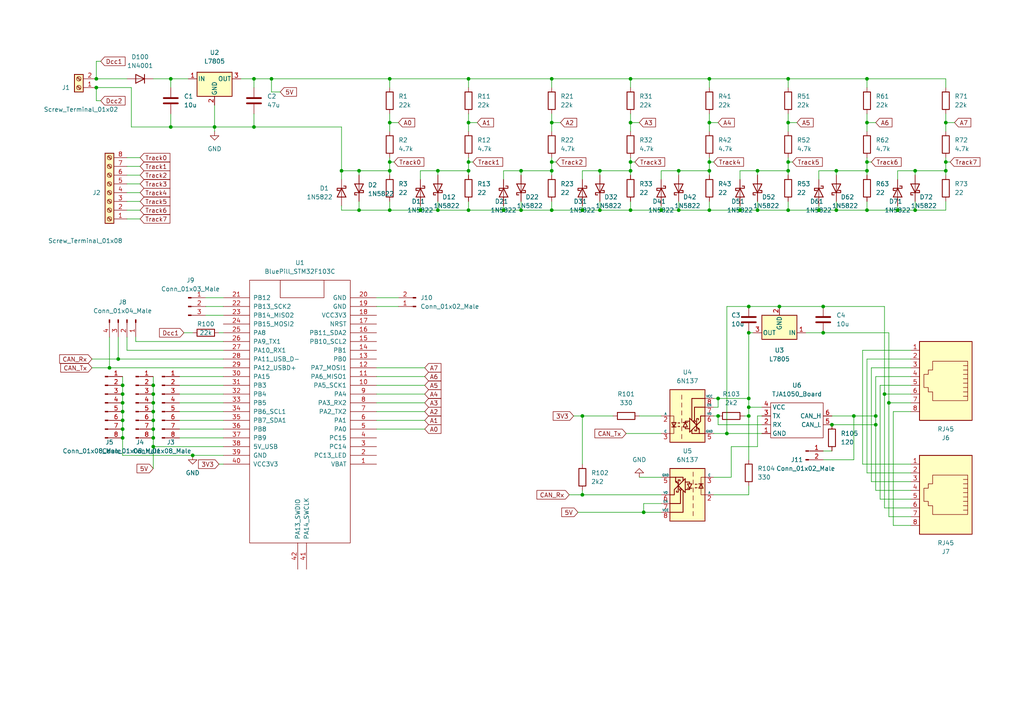
<source format=kicad_sch>
(kicad_sch (version 20211123) (generator eeschema)
  (paper "A4")
  (lib_symbols
    (symbol "Connector:Conn_01x02_Male" (pin_names (offset 1.016) hide)
      (property "Reference" "J" (at 0 2.54 0))
      (property "Value" "Conn_01x02_Male" (at 0 -5.08 0))
      (symbol "Conn_01x02_Male_1_1"
        (pin passive line (at 5.08 0 180) (length 3.81) (name "Pin_1") (number "1"))
        (pin passive line (at 5.08 -2.54 180) (length 3.81) (name "Pin_2") (number "2"))
      )
    )
    (symbol "Connector:Conn_01x03_Male" (pin_names (offset 1.016) hide)
      (property "Reference" "J" (at 0 5.08 0))
      (property "Value" "Conn_01x03_Male" (at 0 -5.08 0))
      (symbol "Conn_01x03_Male_1_1"
        (pin passive line (at 5.08 2.54 180) (length 3.81) (name "Pin_1") (number "1"))
        (pin passive line (at 5.08 0 180) (length 3.81) (name "Pin_2") (number "2"))
        (pin passive line (at 5.08 -2.54 180) (length 3.81) (name "Pin_3") (number "3"))
      )
    )
    (symbol "Connector:Conn_01x04_Male" (pin_names (offset 1.016) hide)
      (property "Reference" "J" (at 0 5.08 0))
      (property "Value" "Conn_01x04_Male" (at 0 -7.62 0))
      (symbol "Conn_01x04_Male_1_1"
        (pin passive line (at 5.08 2.54 180) (length 3.81) (name "Pin_1") (number "1"))
        (pin passive line (at 5.08 0 180) (length 3.81) (name "Pin_2") (number "2"))
        (pin passive line (at 5.08 -2.54 180) (length 3.81) (name "Pin_3") (number "3"))
        (pin passive line (at 5.08 -5.08 180) (length 3.81) (name "Pin_4") (number "4"))
      )
    )
    (symbol "Connector:Conn_01x08_Male" (pin_names (offset 1.016) hide)
      (property "Reference" "J" (at 0 10.16 0))
      (property "Value" "Conn_01x08_Male" (at 0 -12.7 0))
      (symbol "Conn_01x08_Male_1_1"
        (pin passive line (at 5.08 7.62 180) (length 3.81) (name "Pin_1") (number "1"))
        (pin passive line (at 5.08 5.08 180) (length 3.81) (name "Pin_2") (number "2"))
        (pin passive line (at 5.08 2.54 180) (length 3.81) (name "Pin_3") (number "3"))
        (pin passive line (at 5.08 0 180) (length 3.81) (name "Pin_4") (number "4"))
        (pin passive line (at 5.08 -2.54 180) (length 3.81) (name "Pin_5") (number "5"))
        (pin passive line (at 5.08 -5.08 180) (length 3.81) (name "Pin_6") (number "6"))
        (pin passive line (at 5.08 -7.62 180) (length 3.81) (name "Pin_7") (number "7"))
        (pin passive line (at 5.08 -10.16 180) (length 3.81) (name "Pin_8") (number "8"))
      )
    )
    (symbol "Connector:RJ45" (pin_names (offset 1.016))
      (property "Reference" "J" (at -5.08 13.97 0))
      (property "Value" "RJ45" (at 2.54 13.97 0))
      (symbol "RJ45_1_1"
        (pin passive line (at 10.16 -7.62 180) (length 2.54) (name "~") (number "1"))
        (pin passive line (at 10.16 -5.08 180) (length 2.54) (name "~") (number "2"))
        (pin passive line (at 10.16 -2.54 180) (length 2.54) (name "~") (number "3"))
        (pin passive line (at 10.16 0 180) (length 2.54) (name "~") (number "4"))
        (pin passive line (at 10.16 2.54 180) (length 2.54) (name "~") (number "5"))
        (pin passive line (at 10.16 5.08 180) (length 2.54) (name "~") (number "6"))
        (pin passive line (at 10.16 7.62 180) (length 2.54) (name "~") (number "7"))
        (pin passive line (at 10.16 10.16 180) (length 2.54) (name "~") (number "8"))
      )
    )
    (symbol "Connector:Screw_Terminal_01x02" (pin_names (offset 1.016) hide)
      (property "Reference" "J" (at 0 2.54 0))
      (property "Value" "Screw_Terminal_01x02" (at 0 -5.08 0))
      (symbol "Screw_Terminal_01x02_1_1"
        (pin passive line (at -5.08 0 0) (length 3.81) (name "Pin_1") (number "1"))
        (pin passive line (at -5.08 -2.54 0) (length 3.81) (name "Pin_2") (number "2"))
      )
    )
    (symbol "Connector:Screw_Terminal_01x08" (pin_names (offset 1.016) hide)
      (property "Reference" "J" (at 0 10.16 0))
      (property "Value" "Screw_Terminal_01x08" (at 0 -12.7 0))
      (symbol "Screw_Terminal_01x08_1_1"
        (pin passive line (at -5.08 7.62 0) (length 3.81) (name "Pin_1") (number "1"))
        (pin passive line (at -5.08 5.08 0) (length 3.81) (name "Pin_2") (number "2"))
        (pin passive line (at -5.08 2.54 0) (length 3.81) (name "Pin_3") (number "3"))
        (pin passive line (at -5.08 0 0) (length 3.81) (name "Pin_4") (number "4"))
        (pin passive line (at -5.08 -2.54 0) (length 3.81) (name "Pin_5") (number "5"))
        (pin passive line (at -5.08 -5.08 0) (length 3.81) (name "Pin_6") (number "6"))
        (pin passive line (at -5.08 -7.62 0) (length 3.81) (name "Pin_7") (number "7"))
        (pin passive line (at -5.08 -10.16 0) (length 3.81) (name "Pin_8") (number "8"))
      )
    )
    (symbol "Device:C" (pin_numbers hide) (pin_names (offset 0.254))
      (property "Reference" "C" (at 0.635 2.54 0))
      (property "Value" "C" (at 0.635 -2.54 0))
      (symbol "C_1_1"
        (pin passive line (at 0 3.81 270) (length 2.794) (name "~") (number "1"))
        (pin passive line (at 0 -3.81 90) (length 2.794) (name "~") (number "2"))
      )
    )
    (symbol "Device:R" (pin_numbers hide) (pin_names (offset 0))
      (property "Reference" "R" (at 2.032 0 90))
      (property "Value" "R" (at 0 0 90))
      (symbol "R_1_1"
        (pin passive line (at 0 3.81 270) (length 1.27) (name "~") (number "1"))
        (pin passive line (at 0 -3.81 90) (length 1.27) (name "~") (number "2"))
      )
    )
    (symbol "Diode:1N4001" (pin_numbers hide) (pin_names hide)
      (property "Reference" "D" (at 0 2.54 0))
      (property "Value" "1N4001" (at 0 -2.54 0))
      (symbol "1N4001_1_1"
        (pin passive line (at -3.81 0 0) (length 2.54) (name "K") (number "1"))
        (pin passive line (at 3.81 0 180) (length 2.54) (name "A") (number "2"))
      )
    )
    (symbol "Diode:1N5822" (pin_numbers hide) (pin_names (offset 1.016) hide)
      (property "Reference" "D" (at 0 2.54 0))
      (property "Value" "1N5822" (at 0 -2.54 0))
      (symbol "1N5822_1_1"
        (pin passive line (at -3.81 0 0) (length 2.54) (name "K") (number "1"))
        (pin passive line (at 3.81 0 180) (length 2.54) (name "A") (number "2"))
      )
    )
    (symbol "Isolator:6N137" (pin_names (offset 0))
      (property "Reference" "U" (at -4.064 8.89 0))
      (property "Value" "6N137" (at 0 -8.89 0))
      (symbol "6N137_1_1"
        (pin no_connect line (at -5.08 5.08 0) (length 2.54) hide (name "NC") (number "1"))
        (pin passive line (at -7.62 0 0) (length 2.54) (name "A") (number "2"))
        (pin passive line (at -7.62 -5.08 0) (length 2.54) (name "C") (number "3"))
        (pin power_in line (at 7.62 -5.08 180) (length 2.54) (name "GND") (number "5"))
        (pin open_collector line (at 7.62 0 180) (length 2.54) (name "VO") (number "6"))
        (pin input line (at 7.62 2.54 180) (length 2.54) (name "EN") (number "7"))
        (pin power_in line (at 7.62 5.08 180) (length 2.54) (name "VCC") (number "8"))
      )
    )
    (symbol "Regulator_Linear:L7805" (pin_names (offset 0.254))
      (property "Reference" "U" (at -3.81 3.175 0))
      (property "Value" "L7805" (at 0 3.175 0))
      (symbol "L7805_1_1"
        (pin power_in line (at -7.62 0 0) (length 2.54) (name "IN") (number "1"))
        (pin power_in line (at 0 -7.62 90) (length 2.54) (name "GND") (number "2"))
        (pin power_out line (at 7.62 0 180) (length 2.54) (name "OUT") (number "3"))
      )
    )
    (symbol "Symbols_Marcel:TJA1050_Board"
      (property "Reference" "U" (at 0 0 0))
      (property "Value" "TJA1050_Board" (at 0 -2.54 0))
      (symbol "TJA1050_Board_1_1"
        (pin input line (at 10.16 10.16 180) (length 2.54) (name "GND") (number "1"))
        (pin input line (at 10.16 7.62 180) (length 2.54) (name "RX") (number "2"))
        (pin output line (at 10.16 5.08 180) (length 2.54) (name "TX") (number "3"))
        (pin input line (at 10.16 2.54 180) (length 2.54) (name "VCC") (number "4"))
        (pin bidirectional line (at -10.16 7.62 0) (length 2.54) (name "CAN_L") (number "5"))
        (pin bidirectional line (at -10.16 5.08 0) (length 2.54) (name "CAN_H") (number "6"))
      )
    )
    (symbol "bluepill_breakouts:BluePill_STM32F103C" (pin_names (offset 1.016))
      (property "Reference" "U" (at -11.43 -34.29 0))
      (property "Value" "BluePill_STM32F103C" (at 1.27 21.59 0))
      (symbol "BluePill_STM32F103C_1_1"
        (pin power_in line (at -21.59 17.78 0) (length 7.62) (name "VBAT") (number "1"))
        (pin bidirectional line (at -21.59 -5.08 0) (length 7.62) (name "PA5_SCK1") (number "10"))
        (pin bidirectional line (at -21.59 -7.62 0) (length 7.62) (name "PA6_MISO1") (number "11"))
        (pin bidirectional line (at -21.59 -10.16 0) (length 7.62) (name "PA7_MOSI1") (number "12"))
        (pin bidirectional line (at -21.59 -12.7 0) (length 7.62) (name "PB0") (number "13"))
        (pin bidirectional line (at -21.59 -15.24 0) (length 7.62) (name "PB1") (number "14"))
        (pin bidirectional line (at -21.59 -17.78 0) (length 7.62) (name "PB10_SCL2") (number "15"))
        (pin bidirectional line (at -21.59 -20.32 0) (length 7.62) (name "PB11_SDA2") (number "16"))
        (pin input line (at -21.59 -22.86 0) (length 7.62) (name "NRST") (number "17"))
        (pin bidirectional line (at -21.59 -25.4 0) (length 7.62) (name "VCC3V3") (number "18"))
        (pin power_in line (at -21.59 -27.94 0) (length 7.62) (name "GND") (number "19"))
        (pin bidirectional line (at -21.59 15.24 0) (length 7.62) (name "PC13_LED") (number "2"))
        (pin power_in line (at -21.59 -30.48 0) (length 7.62) (name "GND") (number "20"))
        (pin bidirectional line (at 22.86 -30.48 180) (length 7.62) (name "PB12") (number "21"))
        (pin bidirectional line (at 22.86 -27.94 180) (length 7.62) (name "PB13_SCK2") (number "22"))
        (pin bidirectional line (at 22.86 -25.4 180) (length 7.62) (name "PB14_MISO2") (number "23"))
        (pin bidirectional line (at 22.86 -22.86 180) (length 7.62) (name "PB15_MOSI2") (number "24"))
        (pin bidirectional line (at 22.86 -20.32 180) (length 7.62) (name "PA8") (number "25"))
        (pin bidirectional line (at 22.86 -17.78 180) (length 7.62) (name "PA9_TX1") (number "26"))
        (pin bidirectional line (at 22.86 -15.24 180) (length 7.62) (name "PA10_RX1") (number "27"))
        (pin bidirectional line (at 22.86 -12.7 180) (length 7.62) (name "PA11_USB_D-") (number "28"))
        (pin bidirectional line (at 22.86 -10.16 180) (length 7.62) (name "PA12_USBD+") (number "29"))
        (pin bidirectional line (at -21.59 12.7 0) (length 7.62) (name "PC14") (number "3"))
        (pin bidirectional line (at 22.86 -7.62 180) (length 7.62) (name "PA15") (number "30"))
        (pin bidirectional line (at 22.86 -5.08 180) (length 7.62) (name "PB3") (number "31"))
        (pin bidirectional line (at 22.86 -2.54 180) (length 7.62) (name "PB4") (number "32"))
        (pin bidirectional line (at 22.86 0 180) (length 7.62) (name "PB5") (number "33"))
        (pin bidirectional line (at 22.86 2.54 180) (length 7.62) (name "PB6_SCL1") (number "34"))
        (pin bidirectional line (at 22.86 5.08 180) (length 7.62) (name "PB7_SDA1") (number "35"))
        (pin bidirectional line (at 22.86 7.62 180) (length 7.62) (name "PB8") (number "36"))
        (pin bidirectional line (at 22.86 10.16 180) (length 7.62) (name "PB9") (number "37"))
        (pin bidirectional line (at 22.86 12.7 180) (length 7.62) (name "5V_USB") (number "38"))
        (pin power_in line (at 22.86 15.24 180) (length 7.62) (name "GND") (number "39"))
        (pin bidirectional line (at -21.59 10.16 0) (length 7.62) (name "PC15") (number "4"))
        (pin bidirectional line (at 22.86 17.78 180) (length 7.62) (name "VCC3V3") (number "40"))
        (pin bidirectional line (at -1.27 48.26 270) (length 7.62) (name "PA14_SWCLK") (number "41"))
        (pin bidirectional line (at 1.27 48.26 270) (length 7.62) (name "PA13_SWDIO") (number "42"))
        (pin bidirectional line (at -21.59 7.62 0) (length 7.62) (name "PA0") (number "5"))
        (pin bidirectional line (at -21.59 5.08 0) (length 7.62) (name "PA1") (number "6"))
        (pin bidirectional line (at -21.59 2.54 0) (length 7.62) (name "PA2_TX2") (number "7"))
        (pin bidirectional line (at -21.59 0 0) (length 7.62) (name "PA3_RX2") (number "8"))
        (pin bidirectional line (at -21.59 -2.54 0) (length 7.62) (name "PA4") (number "9"))
      )
    )
    (symbol "power:GND" (power) (pin_names (offset 0))
      (property "Value" "GND" (at 0 -3.81 0))
      (symbol "GND_1_1"
        (pin power_in line (at 0 0 270) (length 0) hide (name "GND") (number "1"))
      )
    )
  )
  (junction (at 113.03 22.86))
  (junction (at 34.29 104.14))
  (junction (at 208.28 115.57))
  (junction (at 186.69 148.59))
  (junction (at 99.06 49.53))
  (junction (at 35.56 116.84))
  (junction (at 44.45 124.46))
  (junction (at 160.02 22.86))
  (junction (at 182.88 49.53))
  (junction (at 168.91 143.51))
  (junction (at 219.71 49.53))
  (junction (at 44.45 119.38))
  (junction (at 274.32 35.56))
  (junction (at 160.02 60.96))
  (junction (at 260.35 60.96))
  (junction (at 274.32 46.99))
  (junction (at 217.17 88.9))
  (junction (at 251.46 22.86))
  (junction (at 217.17 118.11))
  (junction (at 31.75 106.68))
  (junction (at 238.76 96.52))
  (junction (at 182.88 22.86))
  (junction (at 104.14 49.53))
  (junction (at 196.85 60.96))
  (junction (at 113.03 35.56))
  (junction (at 182.88 60.96))
  (junction (at 205.74 35.56))
  (junction (at 241.3 123.19))
  (junction (at 228.6 49.53))
  (junction (at 196.85 49.53))
  (junction (at 274.32 49.53))
  (junction (at 127 49.53))
  (junction (at 168.91 60.96))
  (junction (at 205.74 46.99))
  (junction (at 104.14 60.96))
  (junction (at 44.45 116.84))
  (junction (at 208.28 120.65))
  (junction (at 251.46 60.96))
  (junction (at 146.05 60.96))
  (junction (at 217.17 115.57))
  (junction (at 151.13 49.53))
  (junction (at 205.74 49.53))
  (junction (at 78.74 22.86))
  (junction (at 191.77 60.96))
  (junction (at 55.88 132.08))
  (junction (at 62.23 36.83))
  (junction (at 251.46 35.56))
  (junction (at 254 120.65))
  (junction (at 242.57 49.53))
  (junction (at 251.46 46.99))
  (junction (at 35.56 124.46))
  (junction (at 228.6 46.99))
  (junction (at 135.89 35.56))
  (junction (at 219.71 60.96))
  (junction (at 251.46 49.53))
  (junction (at 173.99 49.53))
  (junction (at 205.74 60.96))
  (junction (at 113.03 49.53))
  (junction (at 27.94 25.4))
  (junction (at 49.53 36.83))
  (junction (at 228.6 35.56))
  (junction (at 35.56 111.76))
  (junction (at 49.53 22.86))
  (junction (at 237.49 60.96))
  (junction (at 168.91 120.65))
  (junction (at 257.81 116.84))
  (junction (at 247.65 120.65))
  (junction (at 265.43 60.96))
  (junction (at 254 123.19))
  (junction (at 182.88 35.56))
  (junction (at 135.89 46.99))
  (junction (at 228.6 60.96))
  (junction (at 214.63 60.96))
  (junction (at 113.03 60.96))
  (junction (at 182.88 46.99))
  (junction (at 44.45 127))
  (junction (at 160.02 35.56))
  (junction (at 121.92 60.96))
  (junction (at 217.17 96.52))
  (junction (at 238.76 88.9))
  (junction (at 44.45 121.92))
  (junction (at 44.45 129.54))
  (junction (at 160.02 46.99))
  (junction (at 256.54 114.3))
  (junction (at 205.74 22.86))
  (junction (at 35.56 121.92))
  (junction (at 173.99 60.96))
  (junction (at 35.56 127))
  (junction (at 226.06 88.9))
  (junction (at 242.57 60.96))
  (junction (at 35.56 114.3))
  (junction (at 127 60.96))
  (junction (at 44.45 114.3))
  (junction (at 135.89 49.53))
  (junction (at 160.02 49.53))
  (junction (at 228.6 22.86))
  (junction (at 27.94 22.86))
  (junction (at 35.56 119.38))
  (junction (at 217.17 120.65))
  (junction (at 265.43 49.53))
  (junction (at 135.89 22.86))
  (junction (at 210.82 125.73))
  (junction (at 73.66 36.83))
  (junction (at 135.89 60.96))
  (junction (at 44.45 111.76))
  (junction (at 113.03 46.99))
  (junction (at 73.66 22.86))
  (junction (at 151.13 60.96))
  (wire (pts (xy 36.83 101.6) (xy 64.77 101.6)))
  (wire (pts (xy 27.94 25.4) (xy 27.94 29.21)))
  (wire (pts (xy 165.1 143.51) (xy 168.91 143.51)))
  (wire (pts (xy 237.49 59.69) (xy 237.49 60.96)))
  (wire (pts (xy 250.19 134.62) (xy 264.16 134.62)))
  (wire (pts (xy 212.09 138.43) (xy 212.09 129.54)))
  (wire (pts (xy 219.71 58.42) (xy 219.71 60.96)))
  (wire (pts (xy 228.6 46.99) (xy 228.6 49.53)))
  (wire (pts (xy 207.01 118.11) (xy 208.28 118.11)))
  (wire (pts (xy 217.17 118.11) (xy 220.98 118.11)))
  (wire (pts (xy 135.89 22.86) (xy 135.89 25.4)))
  (wire (pts (xy 52.07 109.22) (xy 64.77 109.22)))
  (wire (pts (xy 44.45 119.38) (xy 44.45 121.92)))
  (wire (pts (xy 182.88 46.99) (xy 184.15 46.99)))
  (wire (pts (xy 274.32 35.56) (xy 276.86 35.56)))
  (wire (pts (xy 121.92 52.07) (xy 121.92 49.53)))
  (wire (pts (xy 113.03 46.99) (xy 114.3 46.99)))
  (wire (pts (xy 264.16 109.22) (xy 254 109.22)))
  (wire (pts (xy 237.49 60.96) (xy 242.57 60.96)))
  (wire (pts (xy 217.17 133.35) (xy 217.17 120.65)))
  (wire (pts (xy 219.71 120.65) (xy 220.98 120.65)))
  (wire (pts (xy 64.77 99.06) (xy 39.37 99.06)))
  (wire (pts (xy 52.07 121.92) (xy 64.77 121.92)))
  (wire (pts (xy 121.92 49.53) (xy 127 49.53)))
  (wire (pts (xy 182.88 60.96) (xy 191.77 60.96)))
  (wire (pts (xy 73.66 22.86) (xy 73.66 25.4)))
  (wire (pts (xy 205.74 22.86) (xy 205.74 25.4)))
  (wire (pts (xy 27.94 22.86) (xy 36.83 22.86)))
  (wire (pts (xy 63.5 96.52) (xy 64.77 96.52)))
  (wire (pts (xy 44.45 22.86) (xy 49.53 22.86)))
  (wire (pts (xy 196.85 60.96) (xy 205.74 60.96)))
  (wire (pts (xy 205.74 60.96) (xy 214.63 60.96)))
  (wire (pts (xy 186.69 148.59) (xy 186.69 146.05)))
  (wire (pts (xy 36.83 97.79) (xy 36.83 101.6)))
  (wire (pts (xy 62.23 36.83) (xy 73.66 36.83)))
  (wire (pts (xy 205.74 49.53) (xy 205.74 50.8)))
  (wire (pts (xy 168.91 60.96) (xy 173.99 60.96)))
  (wire (pts (xy 252.73 106.68) (xy 252.73 139.7)))
  (wire (pts (xy 160.02 45.72) (xy 160.02 46.99)))
  (wire (pts (xy 52.07 127) (xy 64.77 127)))
  (wire (pts (xy 44.45 114.3) (xy 44.45 116.84)))
  (wire (pts (xy 259.08 119.38) (xy 259.08 152.4)))
  (wire (pts (xy 228.6 22.86) (xy 228.6 25.4)))
  (wire (pts (xy 113.03 22.86) (xy 113.03 25.4)))
  (wire (pts (xy 251.46 104.14) (xy 251.46 137.16)))
  (wire (pts (xy 238.76 130.81) (xy 241.3 130.81)))
  (wire (pts (xy 214.63 52.07) (xy 214.63 49.53)))
  (wire (pts (xy 36.83 45.72) (xy 40.64 45.72)))
  (wire (pts (xy 113.03 60.96) (xy 121.92 60.96)))
  (wire (pts (xy 151.13 58.42) (xy 151.13 60.96)))
  (wire (pts (xy 242.57 49.53) (xy 251.46 49.53)))
  (wire (pts (xy 127 58.42) (xy 127 60.96)))
  (wire (pts (xy 228.6 45.72) (xy 228.6 46.99)))
  (wire (pts (xy 52.07 119.38) (xy 64.77 119.38)))
  (wire (pts (xy 168.91 143.51) (xy 168.91 142.24)))
  (wire (pts (xy 135.89 33.02) (xy 135.89 35.56)))
  (wire (pts (xy 146.05 49.53) (xy 151.13 49.53)))
  (wire (pts (xy 207.01 138.43) (xy 212.09 138.43)))
  (wire (pts (xy 109.22 116.84) (xy 123.19 116.84)))
  (wire (pts (xy 99.06 49.53) (xy 104.14 49.53)))
  (wire (pts (xy 274.32 33.02) (xy 274.32 35.56)))
  (wire (pts (xy 260.35 60.96) (xy 265.43 60.96)))
  (wire (pts (xy 49.53 22.86) (xy 54.61 22.86)))
  (wire (pts (xy 217.17 115.57) (xy 217.17 96.52)))
  (wire (pts (xy 127 49.53) (xy 135.89 49.53)))
  (wire (pts (xy 35.56 116.84) (xy 35.56 119.38)))
  (wire (pts (xy 260.35 49.53) (xy 265.43 49.53)))
  (wire (pts (xy 214.63 60.96) (xy 219.71 60.96)))
  (wire (pts (xy 135.89 45.72) (xy 135.89 46.99)))
  (wire (pts (xy 251.46 45.72) (xy 251.46 46.99)))
  (wire (pts (xy 52.07 111.76) (xy 64.77 111.76)))
  (wire (pts (xy 191.77 52.07) (xy 191.77 49.53)))
  (wire (pts (xy 168.91 59.69) (xy 168.91 60.96)))
  (wire (pts (xy 237.49 52.07) (xy 237.49 49.53)))
  (wire (pts (xy 104.14 58.42) (xy 104.14 60.96)))
  (wire (pts (xy 73.66 33.02) (xy 73.66 36.83)))
  (wire (pts (xy 237.49 49.53) (xy 242.57 49.53)))
  (wire (pts (xy 205.74 45.72) (xy 205.74 46.99)))
  (wire (pts (xy 38.1 36.83) (xy 49.53 36.83)))
  (wire (pts (xy 35.56 111.76) (xy 35.56 114.3)))
  (wire (pts (xy 238.76 88.9) (xy 226.06 88.9)))
  (wire (pts (xy 265.43 60.96) (xy 274.32 60.96)))
  (wire (pts (xy 52.07 114.3) (xy 64.77 114.3)))
  (wire (pts (xy 256.54 114.3) (xy 256.54 88.9)))
  (wire (pts (xy 109.22 121.92) (xy 123.19 121.92)))
  (wire (pts (xy 207.01 120.65) (xy 208.28 120.65)))
  (wire (pts (xy 186.69 146.05) (xy 191.77 146.05)))
  (wire (pts (xy 36.83 55.88) (xy 40.64 55.88)))
  (wire (pts (xy 274.32 46.99) (xy 274.32 49.53)))
  (wire (pts (xy 252.73 139.7) (xy 264.16 139.7)))
  (wire (pts (xy 191.77 49.53) (xy 196.85 49.53)))
  (wire (pts (xy 69.85 22.86) (xy 73.66 22.86)))
  (wire (pts (xy 160.02 60.96) (xy 168.91 60.96)))
  (wire (pts (xy 36.83 50.8) (xy 40.64 50.8)))
  (wire (pts (xy 257.81 96.52) (xy 257.81 116.84)))
  (wire (pts (xy 113.03 35.56) (xy 113.03 38.1)))
  (wire (pts (xy 121.92 59.69) (xy 121.92 60.96)))
  (wire (pts (xy 185.42 120.65) (xy 191.77 120.65)))
  (wire (pts (xy 160.02 49.53) (xy 160.02 50.8)))
  (wire (pts (xy 109.22 88.9) (xy 115.57 88.9)))
  (wire (pts (xy 146.05 52.07) (xy 146.05 49.53)))
  (wire (pts (xy 217.17 143.51) (xy 217.17 140.97)))
  (wire (pts (xy 182.88 45.72) (xy 182.88 46.99)))
  (wire (pts (xy 210.82 125.73) (xy 210.82 88.9)))
  (wire (pts (xy 168.91 120.65) (xy 177.8 120.65)))
  (wire (pts (xy 62.23 30.48) (xy 62.23 36.83)))
  (wire (pts (xy 27.94 22.86) (xy 27.94 17.78)))
  (wire (pts (xy 173.99 49.53) (xy 173.99 50.8)))
  (wire (pts (xy 49.53 36.83) (xy 62.23 36.83)))
  (wire (pts (xy 257.81 116.84) (xy 257.81 149.86)))
  (wire (pts (xy 207.01 125.73) (xy 210.82 125.73)))
  (wire (pts (xy 196.85 49.53) (xy 205.74 49.53)))
  (wire (pts (xy 205.74 22.86) (xy 228.6 22.86)))
  (wire (pts (xy 168.91 143.51) (xy 191.77 143.51)))
  (wire (pts (xy 205.74 35.56) (xy 205.74 38.1)))
  (wire (pts (xy 44.45 116.84) (xy 44.45 119.38)))
  (wire (pts (xy 173.99 58.42) (xy 173.99 60.96)))
  (wire (pts (xy 264.16 114.3) (xy 256.54 114.3)))
  (wire (pts (xy 167.64 148.59) (xy 186.69 148.59)))
  (wire (pts (xy 49.53 33.02) (xy 49.53 36.83)))
  (wire (pts (xy 217.17 96.52) (xy 218.44 96.52)))
  (wire (pts (xy 205.74 46.99) (xy 205.74 49.53)))
  (wire (pts (xy 160.02 35.56) (xy 160.02 38.1)))
  (wire (pts (xy 274.32 58.42) (xy 274.32 60.96)))
  (wire (pts (xy 247.65 120.65) (xy 247.65 133.35)))
  (wire (pts (xy 135.89 58.42) (xy 135.89 60.96)))
  (wire (pts (xy 251.46 137.16) (xy 264.16 137.16)))
  (wire (pts (xy 44.45 124.46) (xy 44.45 127)))
  (wire (pts (xy 151.13 49.53) (xy 151.13 50.8)))
  (wire (pts (xy 146.05 60.96) (xy 151.13 60.96)))
  (wire (pts (xy 166.37 120.65) (xy 168.91 120.65)))
  (wire (pts (xy 228.6 22.86) (xy 251.46 22.86)))
  (wire (pts (xy 217.17 88.9) (xy 226.06 88.9)))
  (wire (pts (xy 251.46 35.56) (xy 254 35.56)))
  (wire (pts (xy 214.63 59.69) (xy 214.63 60.96)))
  (wire (pts (xy 191.77 60.96) (xy 196.85 60.96)))
  (wire (pts (xy 135.89 49.53) (xy 135.89 50.8)))
  (wire (pts (xy 217.17 120.65) (xy 217.17 118.11)))
  (wire (pts (xy 168.91 49.53) (xy 173.99 49.53)))
  (wire (pts (xy 274.32 35.56) (xy 274.32 38.1)))
  (wire (pts (xy 220.98 123.19) (xy 208.28 123.19)))
  (wire (pts (xy 113.03 46.99) (xy 113.03 49.53)))
  (wire (pts (xy 99.06 36.83) (xy 99.06 49.53)))
  (wire (pts (xy 59.69 88.9) (xy 64.77 88.9)))
  (wire (pts (xy 78.74 22.86) (xy 78.74 26.67)))
  (wire (pts (xy 196.85 49.53) (xy 196.85 50.8)))
  (wire (pts (xy 228.6 33.02) (xy 228.6 35.56)))
  (wire (pts (xy 208.28 115.57) (xy 217.17 115.57)))
  (wire (pts (xy 255.27 111.76) (xy 255.27 144.78)))
  (wire (pts (xy 35.56 124.46) (xy 35.56 127)))
  (wire (pts (xy 146.05 59.69) (xy 146.05 60.96)))
  (wire (pts (xy 182.88 22.86) (xy 182.88 25.4)))
  (wire (pts (xy 251.46 22.86) (xy 274.32 22.86)))
  (wire (pts (xy 135.89 22.86) (xy 160.02 22.86)))
  (wire (pts (xy 160.02 33.02) (xy 160.02 35.56)))
  (wire (pts (xy 113.03 35.56) (xy 115.57 35.56)))
  (wire (pts (xy 264.16 101.6) (xy 250.19 101.6)))
  (wire (pts (xy 251.46 46.99) (xy 251.46 49.53)))
  (wire (pts (xy 109.22 109.22) (xy 123.19 109.22)))
  (wire (pts (xy 39.37 99.06) (xy 39.37 97.79)))
  (wire (pts (xy 255.27 144.78) (xy 264.16 144.78)))
  (wire (pts (xy 27.94 17.78) (xy 29.21 17.78)))
  (wire (pts (xy 26.67 104.14) (xy 34.29 104.14)))
  (wire (pts (xy 168.91 52.07) (xy 168.91 49.53)))
  (wire (pts (xy 35.56 114.3) (xy 35.56 116.84)))
  (wire (pts (xy 160.02 58.42) (xy 160.02 60.96)))
  (wire (pts (xy 265.43 58.42) (xy 265.43 60.96)))
  (wire (pts (xy 210.82 88.9) (xy 217.17 88.9)))
  (wire (pts (xy 44.45 135.89) (xy 44.45 129.54)))
  (wire (pts (xy 113.03 49.53) (xy 113.03 50.8)))
  (wire (pts (xy 35.56 127) (xy 35.56 132.08)))
  (wire (pts (xy 196.85 58.42) (xy 196.85 60.96)))
  (wire (pts (xy 109.22 119.38) (xy 123.19 119.38)))
  (wire (pts (xy 254 123.19) (xy 254 142.24)))
  (wire (pts (xy 265.43 49.53) (xy 265.43 50.8)))
  (wire (pts (xy 217.17 118.11) (xy 217.17 115.57)))
  (wire (pts (xy 264.16 104.14) (xy 251.46 104.14)))
  (wire (pts (xy 251.46 35.56) (xy 251.46 38.1)))
  (wire (pts (xy 182.88 49.53) (xy 182.88 50.8)))
  (wire (pts (xy 44.45 121.92) (xy 44.45 124.46)))
  (wire (pts (xy 109.22 86.36) (xy 115.57 86.36)))
  (wire (pts (xy 99.06 59.69) (xy 99.06 60.96)))
  (wire (pts (xy 55.88 132.08) (xy 64.77 132.08)))
  (wire (pts (xy 44.45 111.76) (xy 44.45 114.3)))
  (wire (pts (xy 173.99 49.53) (xy 182.88 49.53)))
  (wire (pts (xy 35.56 109.22) (xy 35.56 111.76)))
  (wire (pts (xy 257.81 149.86) (xy 264.16 149.86)))
  (wire (pts (xy 238.76 133.35) (xy 247.65 133.35)))
  (wire (pts (xy 36.83 63.5) (xy 40.64 63.5)))
  (wire (pts (xy 256.54 114.3) (xy 256.54 147.32)))
  (wire (pts (xy 207.01 143.51) (xy 217.17 143.51)))
  (wire (pts (xy 73.66 36.83) (xy 99.06 36.83)))
  (wire (pts (xy 242.57 60.96) (xy 251.46 60.96)))
  (wire (pts (xy 109.22 111.76) (xy 123.19 111.76)))
  (wire (pts (xy 247.65 120.65) (xy 254 120.65)))
  (wire (pts (xy 36.83 48.26) (xy 40.64 48.26)))
  (wire (pts (xy 173.99 60.96) (xy 182.88 60.96)))
  (wire (pts (xy 44.45 127) (xy 44.45 129.54)))
  (wire (pts (xy 182.88 58.42) (xy 182.88 60.96)))
  (wire (pts (xy 53.34 96.52) (xy 55.88 96.52)))
  (wire (pts (xy 265.43 49.53) (xy 274.32 49.53)))
  (wire (pts (xy 44.45 129.54) (xy 64.77 129.54)))
  (wire (pts (xy 151.13 60.96) (xy 160.02 60.96)))
  (wire (pts (xy 29.21 29.21) (xy 27.94 29.21)))
  (wire (pts (xy 109.22 106.68) (xy 123.19 106.68)))
  (wire (pts (xy 182.88 35.56) (xy 182.88 38.1)))
  (wire (pts (xy 31.75 97.79) (xy 31.75 106.68)))
  (wire (pts (xy 260.35 59.69) (xy 260.35 60.96)))
  (wire (pts (xy 251.46 46.99) (xy 252.73 46.99)))
  (wire (pts (xy 135.89 35.56) (xy 135.89 38.1)))
  (wire (pts (xy 160.02 35.56) (xy 162.56 35.56)))
  (wire (pts (xy 49.53 22.86) (xy 49.53 25.4)))
  (wire (pts (xy 63.5 134.62) (xy 64.77 134.62)))
  (wire (pts (xy 185.42 138.43) (xy 191.77 138.43)))
  (wire (pts (xy 274.32 49.53) (xy 274.32 50.8)))
  (wire (pts (xy 264.16 111.76) (xy 255.27 111.76)))
  (wire (pts (xy 215.9 120.65) (xy 217.17 120.65)))
  (wire (pts (xy 168.91 120.65) (xy 168.91 134.62)))
  (wire (pts (xy 73.66 22.86) (xy 78.74 22.86)))
  (wire (pts (xy 274.32 45.72) (xy 274.32 46.99)))
  (wire (pts (xy 26.67 106.68) (xy 31.75 106.68)))
  (wire (pts (xy 35.56 121.92) (xy 35.56 124.46)))
  (wire (pts (xy 264.16 116.84) (xy 257.81 116.84)))
  (wire (pts (xy 228.6 60.96) (xy 237.49 60.96)))
  (wire (pts (xy 113.03 45.72) (xy 113.03 46.99)))
  (wire (pts (xy 251.46 22.86) (xy 251.46 25.4)))
  (wire (pts (xy 44.45 109.22) (xy 44.45 111.76)))
  (wire (pts (xy 99.06 52.07) (xy 99.06 49.53)))
  (wire (pts (xy 160.02 46.99) (xy 160.02 49.53)))
  (wire (pts (xy 219.71 49.53) (xy 219.71 50.8)))
  (wire (pts (xy 242.57 58.42) (xy 242.57 60.96)))
  (wire (pts (xy 214.63 49.53) (xy 219.71 49.53)))
  (wire (pts (xy 62.23 36.83) (xy 62.23 38.1)))
  (wire (pts (xy 233.68 96.52) (xy 238.76 96.52)))
  (wire (pts (xy 121.92 60.96) (xy 127 60.96)))
  (wire (pts (xy 208.28 123.19) (xy 208.28 120.65)))
  (wire (pts (xy 228.6 49.53) (xy 228.6 50.8)))
  (wire (pts (xy 104.14 49.53) (xy 113.03 49.53)))
  (wire (pts (xy 34.29 97.79) (xy 34.29 104.14)))
  (wire (pts (xy 256.54 88.9) (xy 238.76 88.9)))
  (wire (pts (xy 135.89 46.99) (xy 135.89 49.53)))
  (wire (pts (xy 228.6 46.99) (xy 229.87 46.99)))
  (wire (pts (xy 160.02 22.86) (xy 182.88 22.86)))
  (wire (pts (xy 264.16 106.68) (xy 252.73 106.68)))
  (wire (pts (xy 251.46 60.96) (xy 260.35 60.96)))
  (wire (pts (xy 205.74 46.99) (xy 207.01 46.99)))
  (wire (pts (xy 242.57 49.53) (xy 242.57 50.8)))
  (wire (pts (xy 254 109.22) (xy 254 120.65)))
  (wire (pts (xy 113.03 33.02) (xy 113.03 35.56)))
  (wire (pts (xy 205.74 33.02) (xy 205.74 35.56)))
  (wire (pts (xy 104.14 60.96) (xy 113.03 60.96)))
  (wire (pts (xy 36.83 58.42) (xy 40.64 58.42)))
  (wire (pts (xy 228.6 35.56) (xy 231.14 35.56)))
  (wire (pts (xy 251.46 33.02) (xy 251.46 35.56)))
  (wire (pts (xy 260.35 52.07) (xy 260.35 49.53)))
  (wire (pts (xy 210.82 125.73) (xy 220.98 125.73)))
  (wire (pts (xy 99.06 60.96) (xy 104.14 60.96)))
  (wire (pts (xy 181.61 125.73) (xy 191.77 125.73)))
  (wire (pts (xy 78.74 22.86) (xy 113.03 22.86)))
  (wire (pts (xy 36.83 60.96) (xy 40.64 60.96)))
  (wire (pts (xy 219.71 49.53) (xy 228.6 49.53)))
  (wire (pts (xy 254 120.65) (xy 254 123.19)))
  (wire (pts (xy 251.46 58.42) (xy 251.46 60.96)))
  (wire (pts (xy 36.83 53.34) (xy 40.64 53.34)))
  (wire (pts (xy 34.29 104.14) (xy 64.77 104.14)))
  (wire (pts (xy 228.6 58.42) (xy 228.6 60.96)))
  (wire (pts (xy 219.71 129.54) (xy 219.71 120.65)))
  (wire (pts (xy 219.71 60.96) (xy 228.6 60.96)))
  (wire (pts (xy 207.01 115.57) (xy 208.28 115.57)))
  (wire (pts (xy 27.94 25.4) (xy 38.1 25.4)))
  (wire (pts (xy 212.09 129.54) (xy 219.71 129.54)))
  (wire (pts (xy 182.88 35.56) (xy 185.42 35.56)))
  (wire (pts (xy 191.77 59.69) (xy 191.77 60.96)))
  (wire (pts (xy 109.22 124.46) (xy 123.19 124.46)))
  (wire (pts (xy 256.54 147.32) (xy 264.16 147.32)))
  (wire (pts (xy 160.02 46.99) (xy 161.29 46.99)))
  (wire (pts (xy 113.03 58.42) (xy 113.03 60.96)))
  (wire (pts (xy 59.69 86.36) (xy 64.77 86.36)))
  (wire (pts (xy 52.07 124.46) (xy 64.77 124.46)))
  (wire (pts (xy 31.75 106.68) (xy 64.77 106.68)))
  (wire (pts (xy 208.28 118.11) (xy 208.28 115.57)))
  (wire (pts (xy 228.6 35.56) (xy 228.6 38.1)))
  (wire (pts (xy 38.1 25.4) (xy 38.1 36.83)))
  (wire (pts (xy 151.13 49.53) (xy 160.02 49.53)))
  (wire (pts (xy 250.19 101.6) (xy 250.19 134.62)))
  (wire (pts (xy 109.22 114.3) (xy 123.19 114.3)))
  (wire (pts (xy 241.3 123.19) (xy 254 123.19)))
  (wire (pts (xy 274.32 46.99) (xy 275.59 46.99)))
  (wire (pts (xy 104.14 49.53) (xy 104.14 50.8)))
  (wire (pts (xy 59.69 91.44) (xy 64.77 91.44)))
  (wire (pts (xy 135.89 60.96) (xy 146.05 60.96)))
  (wire (pts (xy 135.89 35.56) (xy 138.43 35.56)))
  (wire (pts (xy 182.88 46.99) (xy 182.88 49.53)))
  (wire (pts (xy 160.02 22.86) (xy 160.02 25.4)))
  (wire (pts (xy 127 60.96) (xy 135.89 60.96)))
  (wire (pts (xy 259.08 152.4) (xy 264.16 152.4)))
  (wire (pts (xy 186.69 148.59) (xy 191.77 148.59)))
  (wire (pts (xy 35.56 119.38) (xy 35.56 121.92)))
  (wire (pts (xy 274.32 22.86) (xy 274.32 25.4)))
  (wire (pts (xy 182.88 22.86) (xy 205.74 22.86)))
  (wire (pts (xy 254 142.24) (xy 264.16 142.24)))
  (wire (pts (xy 127 49.53) (xy 127 50.8)))
  (wire (pts (xy 55.88 132.08) (xy 35.56 132.08)))
  (wire (pts (xy 81.28 26.67) (xy 78.74 26.67)))
  (wire (pts (xy 205.74 35.56) (xy 208.28 35.56)))
  (wire (pts (xy 205.74 58.42) (xy 205.74 60.96)))
  (wire (pts (xy 135.89 46.99) (xy 137.16 46.99)))
  (wire (pts (xy 182.88 33.02) (xy 182.88 35.56)))
  (wire (pts (xy 238.76 96.52) (xy 257.81 96.52)))
  (wire (pts (xy 52.07 116.84) (xy 64.77 116.84)))
  (wire (pts (xy 113.03 22.86) (xy 135.89 22.86)))
  (wire (pts (xy 241.3 120.65) (xy 247.65 120.65)))
  (wire (pts (xy 251.46 49.53) (xy 251.46 50.8)))
  (wire (pts (xy 264.16 119.38) (xy 259.08 119.38)))
  (global_label "Track5" (shape input) (at 229.87 46.99 0) (property "Intersheet References" "${INTERSHEET_REFS}" (effects hide)))
  (global_label "Track7" (shape input) (at 40.64 63.5 0) (property "Intersheet References" "${INTERSHEET_REFS}" (effects hide)))
  (global_label "A6" (shape input) (at 123.19 109.22 0) (property "Intersheet References" "${INTERSHEET_REFS}" (effects hide)))
  (global_label "5V" (shape input) (at 44.45 135.89 180) (property "Intersheet References" "${INTERSHEET_REFS}" (effects hide)))
  (global_label "A0" (shape input) (at 123.19 124.46 0) (property "Intersheet References" "${INTERSHEET_REFS}" (effects hide)))
  (global_label "Track0" (shape input) (at 40.64 45.72 0) (property "Intersheet References" "${INTERSHEET_REFS}" (effects hide)))
  (global_label "Track4" (shape input) (at 207.01 46.99 0) (property "Intersheet References" "${INTERSHEET_REFS}" (effects hide)))
  (global_label "5V" (shape input) (at 167.64 148.59 180) (property "Intersheet References" "${INTERSHEET_REFS}" (effects hide)))
  (global_label "A2" (shape input) (at 123.19 119.38 0) (property "Intersheet References" "${INTERSHEET_REFS}" (effects hide)))
  (global_label "Track3" (shape input) (at 40.64 53.34 0) (property "Intersheet References" "${INTERSHEET_REFS}" (effects hide)))
  (global_label "Dcc2" (shape input) (at 29.21 29.21 0) (property "Intersheet References" "${INTERSHEET_REFS}" (effects hide)))
  (global_label "3V3" (shape input) (at 166.37 120.65 180) (property "Intersheet References" "${INTERSHEET_REFS}" (effects hide)))
  (global_label "A1" (shape input) (at 138.43 35.56 0) (property "Intersheet References" "${INTERSHEET_REFS}" (effects hide)))
  (global_label "CAN_Tx" (shape input) (at 181.61 125.73 180) (property "Intersheet References" "${INTERSHEET_REFS}" (effects hide)))
  (global_label "Track6" (shape input) (at 252.73 46.99 0) (property "Intersheet References" "${INTERSHEET_REFS}" (effects hide)))
  (global_label "A6" (shape input) (at 254 35.56 0) (property "Intersheet References" "${INTERSHEET_REFS}" (effects hide)))
  (global_label "CAN_Tx" (shape input) (at 26.67 106.68 180) (property "Intersheet References" "${INTERSHEET_REFS}" (effects hide)))
  (global_label "A5" (shape input) (at 123.19 111.76 0) (property "Intersheet References" "${INTERSHEET_REFS}" (effects hide)))
  (global_label "5V" (shape input) (at 81.28 26.67 0) (property "Intersheet References" "${INTERSHEET_REFS}" (effects hide)))
  (global_label "Dcc1" (shape input) (at 29.21 17.78 0) (property "Intersheet References" "${INTERSHEET_REFS}" (effects hide)))
  (global_label "3V3" (shape input) (at 63.5 134.62 180) (property "Intersheet References" "${INTERSHEET_REFS}" (effects hide)))
  (global_label "A2" (shape input) (at 162.56 35.56 0) (property "Intersheet References" "${INTERSHEET_REFS}" (effects hide)))
  (global_label "A5" (shape input) (at 231.14 35.56 0) (property "Intersheet References" "${INTERSHEET_REFS}" (effects hide)))
  (global_label "A4" (shape input) (at 208.28 35.56 0) (property "Intersheet References" "${INTERSHEET_REFS}" (effects hide)))
  (global_label "A3" (shape input) (at 123.19 116.84 0) (property "Intersheet References" "${INTERSHEET_REFS}" (effects hide)))
  (global_label "CAN_Rx" (shape input) (at 165.1 143.51 180) (property "Intersheet References" "${INTERSHEET_REFS}" (effects hide)))
  (global_label "Track5" (shape input) (at 40.64 58.42 0) (property "Intersheet References" "${INTERSHEET_REFS}" (effects hide)))
  (global_label "Track0" (shape input) (at 114.3 46.99 0) (property "Intersheet References" "${INTERSHEET_REFS}" (effects hide)))
  (global_label "A3" (shape input) (at 185.42 35.56 0) (property "Intersheet References" "${INTERSHEET_REFS}" (effects hide)))
  (global_label "Track7" (shape input) (at 275.59 46.99 0) (property "Intersheet References" "${INTERSHEET_REFS}" (effects hide)))
  (global_label "A4" (shape input) (at 123.19 114.3 0) (property "Intersheet References" "${INTERSHEET_REFS}" (effects hide)))
  (global_label "Track1" (shape input) (at 137.16 46.99 0) (property "Intersheet References" "${INTERSHEET_REFS}" (effects hide)))
  (global_label "CAN_Rx" (shape input) (at 26.67 104.14 180) (property "Intersheet References" "${INTERSHEET_REFS}" (effects hide)))
  (global_label "Track4" (shape input) (at 40.64 55.88 0) (property "Intersheet References" "${INTERSHEET_REFS}" (effects hide)))
  (global_label "Track2" (shape input) (at 161.29 46.99 0) (property "Intersheet References" "${INTERSHEET_REFS}" (effects hide)))
  (global_label "Track1" (shape input) (at 40.64 48.26 0) (property "Intersheet References" "${INTERSHEET_REFS}" (effects hide)))
  (global_label "Track6" (shape input) (at 40.64 60.96 0) (property "Intersheet References" "${INTERSHEET_REFS}" (effects hide)))
  (global_label "A1" (shape input) (at 123.19 121.92 0) (property "Intersheet References" "${INTERSHEET_REFS}" (effects hide)))
  (global_label "Dcc1" (shape input) (at 53.34 96.52 180) (property "Intersheet References" "${INTERSHEET_REFS}" (effects hide)))
  (global_label "Track3" (shape input) (at 184.15 46.99 0) (property "Intersheet References" "${INTERSHEET_REFS}" (effects hide)))
  (global_label "A0" (shape input) (at 115.57 35.56 0) (property "Intersheet References" "${INTERSHEET_REFS}" (effects hide)))
  (global_label "Track2" (shape input) (at 40.64 50.8 0) (property "Intersheet References" "${INTERSHEET_REFS}" (effects hide)))
  (global_label "A7" (shape input) (at 276.86 35.56 0) (property "Intersheet References" "${INTERSHEET_REFS}" (effects hide)))
  (global_label "A7" (shape input) (at 123.19 106.68 0) (property "Intersheet References" "${INTERSHEET_REFS}" (effects hide)))
  (symbol (lib_id "Device:R") (at 168.91 138.43 180) (unit 1)
    (property "Reference" "R102" (at 171.45 137.1599 0) (effects (justify right)))
    (property "Value" "2k2" (at 171.45 139.6999 0) (effects (justify right)))
  )
  (symbol (lib_id "Connector:Conn_01x03_Male") (at 54.61 88.9 0) (unit 1)
    (property "Reference" "J9" (at 55.245 81.28 0))
    (property "Value" "Conn_01x03_Male" (at 55.245 83.82 0))
  )
  (symbol (lib_id "Isolator:6N137") (at 199.39 120.65 0) (unit 1)
    (property "Reference" "U4" (at 199.39 107.95 0))
    (property "Value" "6N137" (at 199.39 110.49 0))
    (property "Footprint" "Package_DIP:DIP-8_W7.62mm" (effects hide))
    (property "Datasheet" "https://docs.broadcom.com/docs/AV02-0940EN" (effects hide))
  )
  (symbol (lib_id "power:GND") (at 185.42 138.43 180) (unit 1)
    (property "Reference" "#PWR0103" (effects hide))
    (property "Value" "GND" (at 185.42 133.35 0))
  )
  (symbol (lib_id "bluepill_breakouts:BluePill_STM32F103C") (at 87.63 116.84 180) (unit 1)
    (property "Reference" "U1" (at 86.995 76.2 0))
    (property "Value" "BluePill_STM32F103C" (at 86.995 78.74 0))
    (property "Footprint" "BluePill_breakouts:BluePill_STM32F103C" (effects hide))
    (property "Datasheet" "www.rogerclark.net" (effects hide))
  )
  (symbol (lib_id "Device:R") (at 182.88 41.91 0) (unit 1)
    (property "Reference" "R32" (at 185.42 40.6399 0) (effects (justify left)))
    (property "Value" "4.7k" (at 185.42 43.1799 0) (effects (justify left)))
  )
  (symbol (lib_id "Device:R") (at 181.61 120.65 90) (unit 1)
    (property "Reference" "R101" (at 181.61 114.3 90))
    (property "Value" "330" (at 181.61 116.84 90))
  )
  (symbol (lib_id "Connector:Conn_01x04_Male") (at 36.83 92.71 270) (unit 1)
    (property "Reference" "J8" (at 35.56 87.63 90))
    (property "Value" "Conn_01x04_Male" (at 35.56 90.17 90))
  )
  (symbol (lib_id "Device:R") (at 251.46 54.61 0) (unit 1)
    (property "Reference" "R63" (at 254 53.3399 0) (effects (justify left)))
    (property "Value" "22" (at 254 55.8799 0) (effects (justify left)))
  )
  (symbol (lib_id "Device:C") (at 238.76 92.71 0) (unit 1)
    (property "Reference" "C4" (at 242.57 91.4399 0) (effects (justify left)))
    (property "Value" "10u" (at 242.57 93.9799 0) (effects (justify left)))
  )
  (symbol (lib_id "Connector:RJ45") (at 274.32 142.24 180) (unit 1)
    (property "Reference" "J7" (at 274.32 160.02 0))
    (property "Value" "RJ45" (at 274.32 157.48 0))
  )
  (symbol (lib_id "Diode:1N5822") (at 121.92 55.88 270) (unit 1)
    (property "Reference" "D11" (at 119.38 58.42 90) (effects (justify left)))
    (property "Value" "1N5822" (at 118.11 60.96 90) (effects (justify left)))
    (property "Footprint" "Diode_THT:D_DO-201AD_P15.24mm_Horizontal" (effects hide))
    (property "Datasheet" "http://www.vishay.com/docs/88526/1n5820.pdf" (effects hide))
  )
  (symbol (lib_id "Diode:1N5822") (at 196.85 54.61 90) (unit 1)
    (property "Reference" "D42" (at 198.12 57.15 90) (effects (justify right)))
    (property "Value" "1N5822" (at 195.58 59.69 90) (effects (justify right)))
    (property "Footprint" "Diode_THT:D_DO-201AD_P15.24mm_Horizontal" (effects hide))
    (property "Datasheet" "http://www.vishay.com/docs/88526/1n5820.pdf" (effects hide))
  )
  (symbol (lib_id "Connector:Conn_01x02_Male") (at 120.65 88.9 180) (unit 1)
    (property "Reference" "J10" (at 121.92 86.3599 0) (effects (justify right)))
    (property "Value" "Conn_01x02_Male" (at 121.92 88.8999 0) (effects (justify right)))
  )
  (symbol (lib_id "Device:C") (at 73.66 29.21 0) (unit 1)
    (property "Reference" "C2" (at 77.47 27.9399 0) (effects (justify left)))
    (property "Value" "47u" (at 77.47 30.4799 0) (effects (justify left)))
  )
  (symbol (lib_id "Regulator_Linear:L7805") (at 226.06 96.52 180) (unit 1)
    (property "Reference" "U3" (at 226.06 101.6 0))
    (property "Value" "L7805" (at 226.06 104.14 0))
    (property "Datasheet" "http://www.st.com/content/ccc/resource/technical/document/datasheet/41/4f/b3/b0/12/d4/47/88/CD00000444.pdf/files/CD00000444.pdf/jcr:content/translations/en.CD00000444.pdf" (effects hide))
  )
  (symbol (lib_id "Device:R") (at 182.88 29.21 0) (unit 1)
    (property "Reference" "R31" (at 185.42 27.9399 0) (effects (justify left)))
    (property "Value" "22k" (at 185.42 30.4799 0) (effects (justify left)))
  )
  (symbol (lib_id "Diode:1N5822") (at 265.43 54.61 90) (unit 1)
    (property "Reference" "D72" (at 266.7 57.15 90) (effects (justify right)))
    (property "Value" "1N5822" (at 264.16 59.69 90) (effects (justify right)))
    (property "Footprint" "Diode_THT:D_DO-201AD_P15.24mm_Horizontal" (effects hide))
    (property "Datasheet" "http://www.vishay.com/docs/88526/1n5820.pdf" (effects hide))
  )
  (symbol (lib_id "Device:R") (at 251.46 41.91 0) (unit 1)
    (property "Reference" "R62" (at 254 40.6399 0) (effects (justify left)))
    (property "Value" "4.7k" (at 254 43.1799 0) (effects (justify left)))
  )
  (symbol (lib_id "Device:R") (at 205.74 41.91 0) (unit 1)
    (property "Reference" "R42" (at 208.28 40.6399 0) (effects (justify left)))
    (property "Value" "4.7k" (at 208.28 43.1799 0) (effects (justify left)))
  )
  (symbol (lib_id "Device:R") (at 135.89 41.91 0) (unit 1)
    (property "Reference" "R12" (at 138.43 40.6399 0) (effects (justify left)))
    (property "Value" "4.7k" (at 138.43 43.1799 0) (effects (justify left)))
  )
  (symbol (lib_id "Device:R") (at 228.6 41.91 0) (unit 1)
    (property "Reference" "R52" (at 231.14 40.6399 0) (effects (justify left)))
    (property "Value" "4.7k" (at 231.14 43.1799 0) (effects (justify left)))
  )
  (symbol (lib_id "Diode:1N5822") (at 191.77 55.88 270) (unit 1)
    (property "Reference" "D41" (at 189.23 58.42 90) (effects (justify left)))
    (property "Value" "1N5822" (at 187.96 60.96 90) (effects (justify left)))
    (property "Footprint" "Diode_THT:D_DO-201AD_P15.24mm_Horizontal" (effects hide))
    (property "Datasheet" "http://www.vishay.com/docs/88526/1n5820.pdf" (effects hide))
  )
  (symbol (lib_id "Diode:1N5822") (at 168.91 55.88 270) (unit 1)
    (property "Reference" "D31" (at 166.37 58.42 90) (effects (justify left)))
    (property "Value" "1N5822" (at 165.1 60.96 90) (effects (justify left)))
    (property "Footprint" "Diode_THT:D_DO-201AD_P15.24mm_Horizontal" (effects hide))
    (property "Datasheet" "http://www.vishay.com/docs/88526/1n5820.pdf" (effects hide))
  )
  (symbol (lib_id "Device:R") (at 59.69 96.52 90) (unit 1)
    (property "Reference" "R100" (at 59.69 93.98 90))
    (property "Value" "22k" (at 59.69 96.52 90))
  )
  (symbol (lib_id "Diode:1N5822") (at 214.63 55.88 270) (unit 1)
    (property "Reference" "D51" (at 212.09 58.42 90) (effects (justify left)))
    (property "Value" "1N5822" (at 210.82 60.96 90) (effects (justify left)))
    (property "Footprint" "Diode_THT:D_DO-201AD_P15.24mm_Horizontal" (effects hide))
    (property "Datasheet" "http://www.vishay.com/docs/88526/1n5820.pdf" (effects hide))
  )
  (symbol (lib_id "Device:R") (at 160.02 54.61 0) (unit 1)
    (property "Reference" "R23" (at 162.56 53.3399 0) (effects (justify left)))
    (property "Value" "22" (at 162.56 55.8799 0) (effects (justify left)))
  )
  (symbol (lib_id "Symbols_Marcel:TJA1050_Board") (at 231.14 115.57 180) (unit 1)
    (property "Reference" "U6" (at 231.14 111.76 0))
    (property "Value" "TJA1050_Board" (at 231.14 114.3 0))
  )
  (symbol (lib_id "Device:R") (at 274.32 29.21 0) (unit 1)
    (property "Reference" "R71" (at 276.86 27.9399 0) (effects (justify left)))
    (property "Value" "22k" (at 276.86 30.4799 0) (effects (justify left)))
  )
  (symbol (lib_id "Device:R") (at 160.02 41.91 0) (unit 1)
    (property "Reference" "R22" (at 162.56 40.6399 0) (effects (justify left)))
    (property "Value" "4.7k" (at 162.56 43.1799 0) (effects (justify left)))
  )
  (symbol (lib_id "Device:R") (at 217.17 137.16 180) (unit 1)
    (property "Reference" "R104" (at 219.71 135.8899 0) (effects (justify right)))
    (property "Value" "330" (at 219.71 138.4299 0) (effects (justify right)))
  )
  (symbol (lib_id "Diode:1N5822") (at 99.06 55.88 270) (unit 1)
    (property "Reference" "D1" (at 92.71 54.61 90) (effects (justify left)))
    (property "Value" "1N5822" (at 88.9 57.15 90) (effects (justify left)))
    (property "Footprint" "Diode_THT:D_DO-201AD_P15.24mm_Horizontal" (effects hide))
    (property "Datasheet" "http://www.vishay.com/docs/88526/1n5820.pdf" (effects hide))
  )
  (symbol (lib_id "Connector:Conn_01x02_Male") (at 233.68 130.81 0) (unit 1)
    (property "Reference" "J11" (at 231.14 133.35 0))
    (property "Value" "Conn_01x02_Male" (at 233.68 135.89 0))
  )
  (symbol (lib_id "Diode:1N5822") (at 173.99 54.61 90) (unit 1)
    (property "Reference" "D32" (at 175.26 57.15 90) (effects (justify right)))
    (property "Value" "1N5822" (at 172.72 59.69 90) (effects (justify right)))
    (property "Footprint" "Diode_THT:D_DO-201AD_P15.24mm_Horizontal" (effects hide))
    (property "Datasheet" "http://www.vishay.com/docs/88526/1n5820.pdf" (effects hide))
  )
  (symbol (lib_id "Device:R") (at 274.32 54.61 0) (unit 1)
    (property "Reference" "R73" (at 276.86 53.3399 0) (effects (justify left)))
    (property "Value" "22" (at 276.86 55.8799 0) (effects (justify left)))
  )
  (symbol (lib_id "Diode:1N5822") (at 260.35 55.88 270) (unit 1)
    (property "Reference" "D71" (at 257.81 58.42 90) (effects (justify left)))
    (property "Value" "1N5822" (at 256.54 60.96 90) (effects (justify left)))
    (property "Footprint" "Diode_THT:D_DO-201AD_P15.24mm_Horizontal" (effects hide))
    (property "Datasheet" "http://www.vishay.com/docs/88526/1n5820.pdf" (effects hide))
  )
  (symbol (lib_id "Diode:1N5822") (at 127 54.61 90) (unit 1)
    (property "Reference" "D12" (at 128.27 57.15 90) (effects (justify right)))
    (property "Value" "1N5822" (at 125.73 59.69 90) (effects (justify right)))
    (property "Footprint" "Diode_THT:D_DO-201AD_P15.24mm_Horizontal" (effects hide))
    (property "Datasheet" "http://www.vishay.com/docs/88526/1n5820.pdf" (effects hide))
  )
  (symbol (lib_id "Connector:Screw_Terminal_01x02") (at 22.86 25.4 180) (unit 1)
    (property "Reference" "J1" (at 20.32 25.4001 0) (effects (justify left)))
    (property "Value" "Screw_Terminal_01x02" (at 34.29 31.75 0) (effects (justify left)))
  )
  (symbol (lib_id "Device:R") (at 135.89 29.21 0) (unit 1)
    (property "Reference" "R11" (at 138.43 27.9399 0) (effects (justify left)))
    (property "Value" "22k" (at 138.43 30.4799 0) (effects (justify left)))
  )
  (symbol (lib_id "Diode:1N5822") (at 237.49 55.88 270) (unit 1)
    (property "Reference" "D61" (at 234.95 58.42 90) (effects (justify left)))
    (property "Value" "1N5822" (at 233.68 60.96 90) (effects (justify left)))
    (property "Footprint" "Diode_THT:D_DO-201AD_P15.24mm_Horizontal" (effects hide))
    (property "Datasheet" "http://www.vishay.com/docs/88526/1n5820.pdf" (effects hide))
  )
  (symbol (lib_id "Device:R") (at 135.89 54.61 0) (unit 1)
    (property "Reference" "R13" (at 138.43 53.3399 0) (effects (justify left)))
    (property "Value" "22" (at 138.43 55.8799 0) (effects (justify left)))
  )
  (symbol (lib_id "Device:C") (at 49.53 29.21 0) (unit 1)
    (property "Reference" "C1" (at 53.34 27.9399 0) (effects (justify left)))
    (property "Value" "10u" (at 53.34 30.4799 0) (effects (justify left)))
  )
  (symbol (lib_id "Isolator:6N137") (at 199.39 143.51 180) (unit 1)
    (property "Reference" "U5" (at 199.39 130.81 0))
    (property "Value" "6N137" (at 199.39 133.35 0))
    (property "Footprint" "Package_DIP:DIP-8_W7.62mm" (effects hide))
    (property "Datasheet" "https://docs.broadcom.com/docs/AV02-0940EN" (effects hide))
  )
  (symbol (lib_id "Diode:1N5822") (at 146.05 55.88 270) (unit 1)
    (property "Reference" "D21" (at 143.51 58.42 90) (effects (justify left)))
    (property "Value" "1N5822" (at 142.24 60.96 90) (effects (justify left)))
    (property "Footprint" "Diode_THT:D_DO-201AD_P15.24mm_Horizontal" (effects hide))
    (property "Datasheet" "http://www.vishay.com/docs/88526/1n5820.pdf" (effects hide))
  )
  (symbol (lib_id "Device:R") (at 251.46 29.21 0) (unit 1)
    (property "Reference" "R61" (at 254 27.9399 0) (effects (justify left)))
    (property "Value" "22k" (at 254 30.4799 0) (effects (justify left)))
  )
  (symbol (lib_id "Diode:1N5822") (at 242.57 54.61 90) (unit 1)
    (property "Reference" "D62" (at 243.84 57.15 90) (effects (justify right)))
    (property "Value" "1N5822" (at 241.3 59.69 90) (effects (justify right)))
    (property "Footprint" "Diode_THT:D_DO-201AD_P15.24mm_Horizontal" (effects hide))
    (property "Datasheet" "http://www.vishay.com/docs/88526/1n5820.pdf" (effects hide))
  )
  (symbol (lib_id "power:GND") (at 62.23 38.1 0) (unit 1)
    (property "Reference" "#PWR0101" (effects hide))
    (property "Value" "GND" (at 62.23 43.18 0))
  )
  (symbol (lib_id "Device:R") (at 228.6 54.61 0) (unit 1)
    (property "Reference" "R53" (at 231.14 53.3399 0) (effects (justify left)))
    (property "Value" "22" (at 231.14 55.8799 0) (effects (justify left)))
  )
  (symbol (lib_id "Device:R") (at 241.3 127 0) (unit 1)
    (property "Reference" "R105" (at 243.84 125.7299 0) (effects (justify left)))
    (property "Value" "120" (at 243.84 128.2699 0) (effects (justify left)))
  )
  (symbol (lib_id "Device:C") (at 217.17 92.71 180) (unit 1)
    (property "Reference" "C3" (at 212.09 91.44 0) (effects (justify right)))
    (property "Value" "10u" (at 212.09 93.98 0) (effects (justify right)))
  )
  (symbol (lib_id "Diode:1N4001") (at 40.64 22.86 180) (unit 1)
    (property "Reference" "D100" (at 40.64 16.51 0))
    (property "Value" "1N4001" (at 40.64 19.05 0))
    (property "Footprint" "Diode_THT:D_DO-41_SOD81_P10.16mm_Horizontal" (effects hide))
    (property "Datasheet" "http://www.vishay.com/docs/88503/1n4001.pdf" (effects hide))
  )
  (symbol (lib_id "Device:R") (at 212.09 120.65 90) (unit 1)
    (property "Reference" "R103" (at 212.09 114.3 90))
    (property "Value" "2k2" (at 212.09 116.84 90))
  )
  (symbol (lib_id "Connector:Conn_01x08_Male") (at 39.37 116.84 0) (unit 1)
    (property "Reference" "J4" (at 40.64 128.27 0))
    (property "Value" "Conn_01x08_Male" (at 38.1 130.81 0))
  )
  (symbol (lib_id "Device:R") (at 205.74 29.21 0) (unit 1)
    (property "Reference" "R41" (at 208.28 27.9399 0) (effects (justify left)))
    (property "Value" "22k" (at 208.28 30.4799 0) (effects (justify left)))
  )
  (symbol (lib_id "Device:R") (at 274.32 41.91 0) (unit 1)
    (property "Reference" "R72" (at 276.86 40.6399 0) (effects (justify left)))
    (property "Value" "4.7k" (at 276.86 43.1799 0) (effects (justify left)))
  )
  (symbol (lib_id "Diode:1N5822") (at 104.14 54.61 90) (unit 1)
    (property "Reference" "D2" (at 106.68 53.6574 90) (effects (justify right)))
    (property "Value" "1N5822" (at 106.68 56.1974 90) (effects (justify right)))
    (property "Footprint" "Diode_THT:D_DO-201AD_P15.24mm_Horizontal" (effects hide))
    (property "Datasheet" "http://www.vishay.com/docs/88526/1n5820.pdf" (effects hide))
  )
  (symbol (lib_id "Device:R") (at 113.03 41.91 0) (unit 1)
    (property "Reference" "R2" (at 115.57 40.6399 0) (effects (justify left)))
    (property "Value" "4.7k" (at 115.57 43.1799 0) (effects (justify left)))
  )
  (symbol (lib_id "Device:R") (at 113.03 54.61 0) (unit 1)
    (property "Reference" "R3" (at 115.57 53.3399 0) (effects (justify left)))
    (property "Value" "22" (at 115.57 55.88 0) (effects (justify left)))
  )
  (symbol (lib_id "Device:R") (at 113.03 29.21 0) (unit 1)
    (property "Reference" "R1" (at 115.57 27.9399 0) (effects (justify left)))
    (property "Value" "22k" (at 115.57 30.4799 0) (effects (justify left)))
  )
  (symbol (lib_id "Diode:1N5822") (at 151.13 54.61 90) (unit 1)
    (property "Reference" "D22" (at 152.4 57.15 90) (effects (justify right)))
    (property "Value" "1N5822" (at 149.86 59.69 90) (effects (justify right)))
    (property "Footprint" "Diode_THT:D_DO-201AD_P15.24mm_Horizontal" (effects hide))
    (property "Datasheet" "http://www.vishay.com/docs/88526/1n5820.pdf" (effects hide))
  )
  (symbol (lib_id "Device:R") (at 205.74 54.61 0) (unit 1)
    (property "Reference" "R43" (at 208.28 53.3399 0) (effects (justify left)))
    (property "Value" "22" (at 208.28 55.8799 0) (effects (justify left)))
  )
  (symbol (lib_id "Device:R") (at 228.6 29.21 0) (unit 1)
    (property "Reference" "R51" (at 231.14 27.9399 0) (effects (justify left)))
    (property "Value" "22k" (at 231.14 30.4799 0) (effects (justify left)))
  )
  (symbol (lib_id "power:GND") (at 55.88 132.08 0) (unit 1)
    (property "Reference" "#PWR0102" (effects hide))
    (property "Value" "GND" (at 55.88 137.16 0))
  )
  (symbol (lib_id "Connector:Conn_01x08_Male") (at 46.99 116.84 0) (unit 1)
    (property "Reference" "J3" (at 49.53 128.27 0))
    (property "Value" "Conn_01x08_Male" (at 46.99 130.81 0))
  )
  (symbol (lib_id "Device:R") (at 160.02 29.21 0) (unit 1)
    (property "Reference" "R21" (at 162.56 27.9399 0) (effects (justify left)))
    (property "Value" "22k" (at 162.56 30.4799 0) (effects (justify left)))
  )
  (symbol (lib_id "Connector:RJ45") (at 274.32 109.22 180) (unit 1)
    (property "Reference" "J6" (at 274.32 127 0))
    (property "Value" "RJ45" (at 274.32 124.46 0))
  )
  (symbol (lib_id "Connector:Conn_01x08_Male") (at 30.48 116.84 0) (unit 1)
    (property "Reference" "J5" (at 31.75 128.27 0))
    (property "Value" "Conn_01x08_Male" (at 26.67 130.81 0))
  )
  (symbol (lib_id "Regulator_Linear:L7805") (at 62.23 22.86 0) (unit 1)
    (property "Reference" "U2" (at 62.23 15.24 0))
    (property "Value" "L7805" (at 62.23 17.78 0))
    (property "Datasheet" "http://www.st.com/content/ccc/resource/technical/document/datasheet/41/4f/b3/b0/12/d4/47/88/CD00000444.pdf/files/CD00000444.pdf/jcr:content/translations/en.CD00000444.pdf" (effects hide))
  )
  (symbol (lib_id "Device:R") (at 182.88 54.61 0) (unit 1)
    (property "Reference" "R33" (at 185.42 53.3399 0) (effects (justify left)))
    (property "Value" "22" (at 185.42 55.8799 0) (effects (justify left)))
  )
  (symbol (lib_id "Connector:Screw_Terminal_01x08") (at 31.75 55.88 180) (unit 1)
    (property "Reference" "J2" (at 29.21 55.8801 0) (effects (justify left)))
    (property "Value" "Screw_Terminal_01x08" (at 35.56 69.85 0) (effects (justify left)))
  )
  (symbol (lib_id "Diode:1N5822") (at 219.71 54.61 90) (unit 1)
    (property "Reference" "D52" (at 220.98 57.15 90) (effects (justify right)))
    (property "Value" "1N5822" (at 218.44 59.69 90) (effects (justify right)))
    (property "Footprint" "Diode_THT:D_DO-201AD_P15.24mm_Horizontal" (effects hide))
    (property "Datasheet" "http://www.vishay.com/docs/88526/1n5820.pdf" (effects hide))
  )
)
</source>
